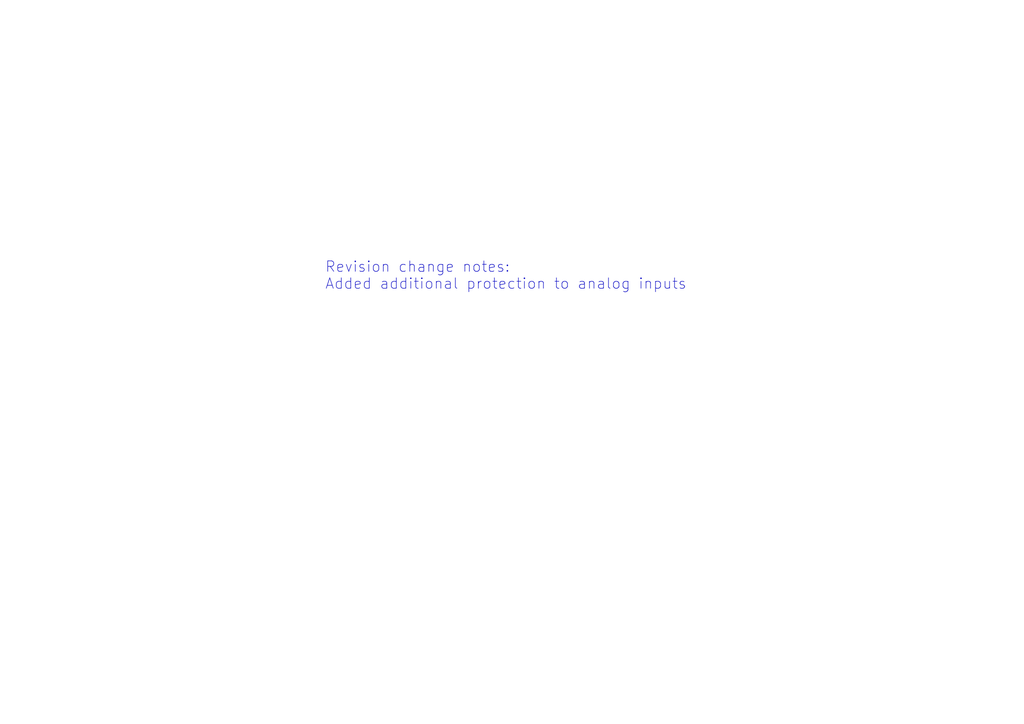
<source format=kicad_sch>
(kicad_sch
	(version 20250114)
	(generator "eeschema")
	(generator_version "9.0")
	(uuid "62425242-e91c-4f95-adac-ccd0a67684be")
	(paper "A4")
	(title_block
		(title "Engine Simulator")
		(date "2025-02-28")
		(rev "Production B2")
		(company "OpenLogicEFI")
	)
	(lib_symbols)
	(text "Revision change notes:\nAdded additional protection to analog inputs"
		(exclude_from_sim no)
		(at 94.234 80.01 0)
		(effects
			(font
				(size 3.048 3.048)
			)
			(justify left)
		)
		(uuid "1ded44e0-6bb7-4b21-bc9d-1dd4b07655ad")
	)
)

</source>
